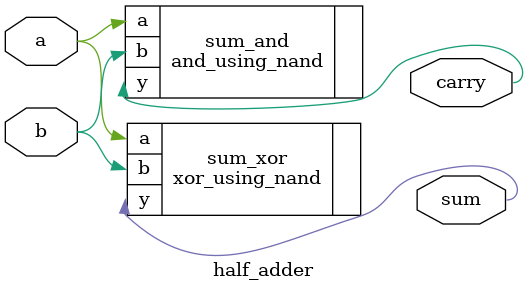
<source format=v>
`include "basic_gates.v"

module half_adder (
    input  a,
    input  b,
    output sum,
    output carry
);
  xor_using_nand sum_xor (
      .a(a),
      .b(b),
      .y(sum)
  );
  and_using_nand sum_and (
      .a(a),
      .b(b),
      .y(carry)
  );
endmodule


</source>
